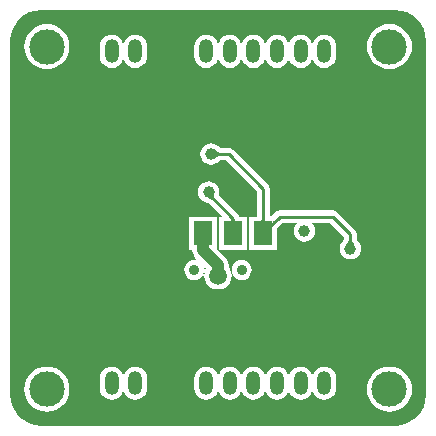
<source format=gtl>
G04 Layer_Physical_Order=1*
G04 Layer_Color=255*
%FSLAX44Y44*%
%MOMM*%
G71*
G01*
G75*
%ADD10R,1.6000X2.0000*%
%ADD11C,0.2540*%
%ADD12C,1.0000*%
%ADD13C,0.9000*%
%ADD14O,1.2000X2.0000*%
%ADD15C,3.0000*%
%ADD16C,1.0000*%
%ADD17C,1.5000*%
G36*
X-74830Y414469D02*
X-69964Y412993D01*
X-65481Y410597D01*
X-61551Y407371D01*
X-58326Y403441D01*
X-55929Y398957D01*
X-54453Y394092D01*
X-53980Y389293D01*
X-54032Y389033D01*
Y89033D01*
X-53980Y88772D01*
X-54453Y83973D01*
X-55929Y79108D01*
X-58326Y74624D01*
X-61551Y70694D01*
X-65481Y67469D01*
X-69964Y65072D01*
X-74830Y63597D01*
X-79629Y63124D01*
X-79889Y63176D01*
X-379889D01*
X-380150Y63124D01*
X-384949Y63597D01*
X-389814Y65072D01*
X-394298Y67469D01*
X-398228Y70694D01*
X-401453Y74624D01*
X-403850Y79108D01*
X-405326Y83973D01*
X-405798Y88772D01*
X-405746Y89033D01*
Y389033D01*
X-405798Y389293D01*
X-405326Y394092D01*
X-403850Y398957D01*
X-401453Y403441D01*
X-398228Y407371D01*
X-394298Y410597D01*
X-389814Y412993D01*
X-384949Y414469D01*
X-380150Y414941D01*
X-379889Y414890D01*
X-79889D01*
X-79889D01*
D01*
D01*
X-79629Y414941D01*
X-74830Y414469D01*
D02*
G37*
%LPC*%
G36*
X-210000Y203573D02*
X-212219Y203281D01*
X-214287Y202425D01*
X-216062Y201062D01*
X-217425Y199287D01*
X-218281Y197219D01*
X-218573Y195000D01*
X-218281Y192781D01*
X-217425Y190713D01*
X-216062Y188938D01*
X-214287Y187575D01*
X-212219Y186719D01*
X-210000Y186427D01*
X-207781Y186719D01*
X-205713Y187575D01*
X-203938Y188938D01*
X-202575Y190713D01*
X-201719Y192781D01*
X-201427Y195000D01*
X-201719Y197219D01*
X-202575Y199287D01*
X-203938Y201062D01*
X-205713Y202425D01*
X-207781Y203281D01*
X-210000Y203573D01*
D02*
G37*
G36*
X-140000Y113086D02*
X-142611Y112743D01*
X-145043Y111735D01*
X-147132Y110132D01*
X-148735Y108043D01*
X-149743Y105611D01*
X-150000Y103655D01*
X-150257Y105611D01*
X-151265Y108043D01*
X-152868Y110132D01*
X-154957Y111735D01*
X-157389Y112743D01*
X-160000Y113086D01*
X-162610Y112743D01*
X-165043Y111735D01*
X-167132Y110132D01*
X-168735Y108043D01*
X-169743Y105611D01*
X-170000Y103655D01*
X-170257Y105611D01*
X-171265Y108043D01*
X-172868Y110132D01*
X-174957Y111735D01*
X-177390Y112743D01*
X-180000Y113086D01*
X-182610Y112743D01*
X-185043Y111735D01*
X-187132Y110132D01*
X-188735Y108043D01*
X-189743Y105611D01*
X-190000Y103655D01*
X-190257Y105611D01*
X-191265Y108043D01*
X-192868Y110132D01*
X-194957Y111735D01*
X-197390Y112743D01*
X-200000Y113086D01*
X-202610Y112743D01*
X-205043Y111735D01*
X-207132Y110132D01*
X-208735Y108043D01*
X-209743Y105611D01*
X-210000Y103655D01*
X-210257Y105611D01*
X-211265Y108043D01*
X-212868Y110132D01*
X-214957Y111735D01*
X-217390Y112743D01*
X-220000Y113086D01*
X-222610Y112743D01*
X-225043Y111735D01*
X-227132Y110132D01*
X-228735Y108043D01*
X-229743Y105611D01*
X-230000Y103655D01*
X-230257Y105611D01*
X-231265Y108043D01*
X-232868Y110132D01*
X-234957Y111735D01*
X-237390Y112743D01*
X-240000Y113086D01*
X-242610Y112743D01*
X-245043Y111735D01*
X-247132Y110132D01*
X-248735Y108043D01*
X-249743Y105611D01*
X-250086Y103000D01*
Y95000D01*
X-249743Y92389D01*
X-248735Y89957D01*
X-247132Y87868D01*
X-245043Y86265D01*
X-242610Y85257D01*
X-240000Y84914D01*
X-237390Y85257D01*
X-234957Y86265D01*
X-232868Y87868D01*
X-231265Y89957D01*
X-230257Y92389D01*
X-230000Y94345D01*
X-229743Y92389D01*
X-228735Y89957D01*
X-227132Y87868D01*
X-225043Y86265D01*
X-222610Y85257D01*
X-220000Y84914D01*
X-217390Y85257D01*
X-214957Y86265D01*
X-212868Y87868D01*
X-211265Y89957D01*
X-210257Y92389D01*
X-210000Y94345D01*
X-209743Y92389D01*
X-208735Y89957D01*
X-207132Y87868D01*
X-205043Y86265D01*
X-202610Y85257D01*
X-200000Y84914D01*
X-197390Y85257D01*
X-194957Y86265D01*
X-192868Y87868D01*
X-191265Y89957D01*
X-190257Y92389D01*
X-190000Y94345D01*
X-189743Y92389D01*
X-188735Y89957D01*
X-187132Y87868D01*
X-185043Y86265D01*
X-182610Y85257D01*
X-180000Y84914D01*
X-177390Y85257D01*
X-174957Y86265D01*
X-172868Y87868D01*
X-171265Y89957D01*
X-170257Y92389D01*
X-170000Y94345D01*
X-169743Y92389D01*
X-168735Y89957D01*
X-167132Y87868D01*
X-165043Y86265D01*
X-162610Y85257D01*
X-160000Y84914D01*
X-157389Y85257D01*
X-154957Y86265D01*
X-152868Y87868D01*
X-151265Y89957D01*
X-150257Y92389D01*
X-150000Y94345D01*
X-149743Y92389D01*
X-148735Y89957D01*
X-147132Y87868D01*
X-145043Y86265D01*
X-142611Y85257D01*
X-140000Y84914D01*
X-137389Y85257D01*
X-134957Y86265D01*
X-132868Y87868D01*
X-131265Y89957D01*
X-130257Y92389D01*
X-129914Y95000D01*
Y103000D01*
X-130257Y105611D01*
X-131265Y108043D01*
X-132868Y110132D01*
X-134957Y111735D01*
X-137389Y112743D01*
X-140000Y113086D01*
D02*
G37*
G36*
X-300000D02*
X-302610Y112743D01*
X-305043Y111735D01*
X-307132Y110132D01*
X-308735Y108043D01*
X-309743Y105611D01*
X-310000Y103655D01*
X-310257Y105611D01*
X-311265Y108043D01*
X-312868Y110132D01*
X-314957Y111735D01*
X-317390Y112743D01*
X-320000Y113086D01*
X-322611Y112743D01*
X-325043Y111735D01*
X-327132Y110132D01*
X-328735Y108043D01*
X-329743Y105611D01*
X-330086Y103000D01*
Y95000D01*
X-329743Y92389D01*
X-328735Y89957D01*
X-327132Y87868D01*
X-325043Y86265D01*
X-322611Y85257D01*
X-320000Y84914D01*
X-317390Y85257D01*
X-314957Y86265D01*
X-312868Y87868D01*
X-311265Y89957D01*
X-310257Y92389D01*
X-310000Y94345D01*
X-309743Y92389D01*
X-308735Y89957D01*
X-307132Y87868D01*
X-305043Y86265D01*
X-302610Y85257D01*
X-300000Y84914D01*
X-297390Y85257D01*
X-294957Y86265D01*
X-292868Y87868D01*
X-291265Y89957D01*
X-290257Y92389D01*
X-289914Y95000D01*
Y103000D01*
X-290257Y105611D01*
X-291265Y108043D01*
X-292868Y110132D01*
X-294957Y111735D01*
X-297390Y112743D01*
X-300000Y113086D01*
D02*
G37*
G36*
X-236000Y302078D02*
X-238349Y301768D01*
X-240539Y300861D01*
X-242419Y299419D01*
X-243862Y297539D01*
X-244768Y295350D01*
X-245078Y293000D01*
X-244768Y290651D01*
X-243862Y288461D01*
X-242419Y286581D01*
X-240539Y285138D01*
X-238349Y284232D01*
X-236000Y283922D01*
X-233650Y284232D01*
X-231461Y285138D01*
X-229600Y286567D01*
X-229587Y286575D01*
X-229229Y286923D01*
X-228967Y287152D01*
X-228736Y287331D01*
X-228540Y287463D01*
X-228382Y287554D01*
X-228266Y287608D01*
X-228216Y287627D01*
X-223226D01*
X-197123Y261524D01*
Y240000D01*
X-203750D01*
Y212000D01*
X-179750D01*
Y230106D01*
X-179739Y230148D01*
X-179732Y230267D01*
X-179710Y230316D01*
X-179660Y230406D01*
X-179577Y230531D01*
X-179458Y230689D01*
X-179435Y230716D01*
X-175524Y234627D01*
X-163148D01*
X-163419Y234419D01*
X-164861Y232539D01*
X-165768Y230350D01*
X-166078Y228000D01*
X-165768Y225651D01*
X-164861Y223461D01*
X-163419Y221581D01*
X-161539Y220138D01*
X-159349Y219232D01*
X-157000Y218922D01*
X-154650Y219232D01*
X-152461Y220138D01*
X-150581Y221581D01*
X-149138Y223461D01*
X-148232Y225651D01*
X-147922Y228000D01*
X-148232Y230350D01*
X-149138Y232539D01*
X-150581Y234419D01*
X-150852Y234627D01*
X-135226D01*
X-123373Y222774D01*
Y220784D01*
X-123392Y220734D01*
X-123446Y220618D01*
X-123537Y220460D01*
X-123669Y220264D01*
X-123848Y220033D01*
X-124077Y219771D01*
X-124425Y219413D01*
X-124433Y219400D01*
X-125861Y217539D01*
X-126768Y215350D01*
X-127078Y213000D01*
X-126768Y210651D01*
X-125861Y208461D01*
X-124419Y206581D01*
X-122539Y205139D01*
X-120350Y204232D01*
X-118000Y203922D01*
X-115651Y204232D01*
X-113461Y205139D01*
X-111581Y206581D01*
X-110139Y208461D01*
X-109232Y210651D01*
X-108922Y213000D01*
X-109232Y215350D01*
X-110139Y217539D01*
X-111567Y219400D01*
X-111575Y219413D01*
X-111923Y219771D01*
X-112152Y220033D01*
X-112331Y220264D01*
X-112463Y220460D01*
X-112554Y220618D01*
X-112608Y220734D01*
X-112627Y220784D01*
Y225000D01*
X-113036Y227056D01*
X-114200Y228799D01*
X-129200Y243799D01*
X-130944Y244964D01*
X-133000Y245373D01*
X-177750D01*
X-179806Y244964D01*
X-181549Y243799D01*
X-185349Y240000D01*
X-186377D01*
Y263750D01*
X-186786Y265806D01*
X-187950Y267549D01*
X-217201Y296800D01*
X-218944Y297964D01*
X-221000Y298373D01*
X-228216D01*
X-228266Y298392D01*
X-228382Y298446D01*
X-228540Y298537D01*
X-228736Y298669D01*
X-228967Y298848D01*
X-229229Y299077D01*
X-229587Y299425D01*
X-229600Y299433D01*
X-231461Y300861D01*
X-233650Y301768D01*
X-236000Y302078D01*
D02*
G37*
G36*
X-238000Y270078D02*
X-240350Y269768D01*
X-242539Y268862D01*
X-244419Y267419D01*
X-245861Y265539D01*
X-246768Y263349D01*
X-247078Y261000D01*
X-246768Y258650D01*
X-245861Y256461D01*
X-244419Y254581D01*
X-242539Y253139D01*
X-240818Y252426D01*
X-240583Y252298D01*
X-239426Y251936D01*
X-239058Y251802D01*
X-238290Y251474D01*
X-238072Y251363D01*
X-237880Y251252D01*
X-237793Y251194D01*
X-226599Y240000D01*
X-229250D01*
Y212000D01*
X-205250D01*
Y240000D01*
X-212225D01*
X-212286Y240306D01*
X-213451Y242050D01*
X-229398Y257997D01*
X-229376Y258117D01*
X-229278Y258488D01*
X-229274Y258549D01*
X-229232Y258650D01*
X-228922Y261000D01*
X-229232Y263349D01*
X-230139Y265539D01*
X-231581Y267419D01*
X-233461Y268862D01*
X-235651Y269768D01*
X-238000Y270078D01*
D02*
G37*
G36*
X-230750Y240000D02*
X-254750D01*
Y212000D01*
X-251828D01*
Y211750D01*
X-251518Y209401D01*
X-250611Y207211D01*
X-249169Y205331D01*
X-246651Y202813D01*
X-247781Y203281D01*
X-250000Y203573D01*
X-252219Y203281D01*
X-254287Y202425D01*
X-256062Y201062D01*
X-257425Y199287D01*
X-258281Y197219D01*
X-258573Y195000D01*
X-258281Y192781D01*
X-257425Y190713D01*
X-256062Y188938D01*
X-254287Y187575D01*
X-252219Y186719D01*
X-250000Y186427D01*
X-247781Y186719D01*
X-245713Y187575D01*
X-243938Y188938D01*
X-242575Y190713D01*
X-241719Y192781D01*
X-241427Y195000D01*
X-241719Y197219D01*
X-242187Y198349D01*
X-239868Y196030D01*
X-240045Y195800D01*
X-241204Y193002D01*
X-241599Y190000D01*
X-241204Y186998D01*
X-240045Y184200D01*
X-238202Y181798D01*
X-235800Y179955D01*
X-233002Y178796D01*
X-230000Y178401D01*
X-226998Y178796D01*
X-224200Y179955D01*
X-221798Y181798D01*
X-219955Y184200D01*
X-218796Y186998D01*
X-218401Y190000D01*
X-218796Y193002D01*
X-219955Y195800D01*
X-220922Y197061D01*
Y199000D01*
X-221232Y201350D01*
X-222139Y203539D01*
X-223581Y205419D01*
X-230750Y212588D01*
Y240000D01*
D02*
G37*
G36*
X-84890Y403122D02*
X-88615Y402755D01*
X-92196Y401669D01*
X-95497Y399904D01*
X-98390Y397530D01*
X-100764Y394637D01*
X-102529Y391336D01*
X-103615Y387755D01*
X-103982Y384030D01*
X-103615Y380305D01*
X-102529Y376724D01*
X-100764Y373423D01*
X-98390Y370530D01*
X-95497Y368156D01*
X-92196Y366391D01*
X-88615Y365305D01*
X-84890Y364938D01*
X-81165Y365305D01*
X-77584Y366391D01*
X-74283Y368156D01*
X-71390Y370530D01*
X-69016Y373423D01*
X-67251Y376724D01*
X-66165Y380305D01*
X-65798Y384030D01*
X-66165Y387755D01*
X-67251Y391336D01*
X-69016Y394637D01*
X-71390Y397530D01*
X-74283Y399904D01*
X-77584Y401669D01*
X-81165Y402755D01*
X-84890Y403122D01*
D02*
G37*
G36*
X-140000Y394086D02*
X-142611Y393743D01*
X-145043Y392735D01*
X-147132Y391132D01*
X-148735Y389043D01*
X-149743Y386610D01*
X-150000Y384655D01*
X-150257Y386610D01*
X-151265Y389043D01*
X-152868Y391132D01*
X-154957Y392735D01*
X-157389Y393743D01*
X-160000Y394086D01*
X-162610Y393743D01*
X-165043Y392735D01*
X-167132Y391132D01*
X-168735Y389043D01*
X-169743Y386610D01*
X-170000Y384655D01*
X-170257Y386610D01*
X-171265Y389043D01*
X-172868Y391132D01*
X-174957Y392735D01*
X-177390Y393743D01*
X-180000Y394086D01*
X-182610Y393743D01*
X-185043Y392735D01*
X-187132Y391132D01*
X-188735Y389043D01*
X-189743Y386610D01*
X-190000Y384655D01*
X-190257Y386610D01*
X-191265Y389043D01*
X-192868Y391132D01*
X-194957Y392735D01*
X-197390Y393743D01*
X-200000Y394086D01*
X-202610Y393743D01*
X-205043Y392735D01*
X-207132Y391132D01*
X-208735Y389043D01*
X-209743Y386610D01*
X-210000Y384655D01*
X-210257Y386610D01*
X-211265Y389043D01*
X-212868Y391132D01*
X-214957Y392735D01*
X-217390Y393743D01*
X-220000Y394086D01*
X-222610Y393743D01*
X-225043Y392735D01*
X-227132Y391132D01*
X-228735Y389043D01*
X-229743Y386610D01*
X-230000Y384655D01*
X-230257Y386610D01*
X-231265Y389043D01*
X-232868Y391132D01*
X-234957Y392735D01*
X-237390Y393743D01*
X-240000Y394086D01*
X-242610Y393743D01*
X-245043Y392735D01*
X-247132Y391132D01*
X-248735Y389043D01*
X-249743Y386610D01*
X-250086Y384000D01*
Y376000D01*
X-249743Y373390D01*
X-248735Y370957D01*
X-247132Y368868D01*
X-245043Y367265D01*
X-242610Y366257D01*
X-240000Y365914D01*
X-237390Y366257D01*
X-234957Y367265D01*
X-232868Y368868D01*
X-231265Y370957D01*
X-230257Y373390D01*
X-230000Y375345D01*
X-229743Y373390D01*
X-228735Y370957D01*
X-227132Y368868D01*
X-225043Y367265D01*
X-222610Y366257D01*
X-220000Y365914D01*
X-217390Y366257D01*
X-214957Y367265D01*
X-212868Y368868D01*
X-211265Y370957D01*
X-210257Y373390D01*
X-210000Y375345D01*
X-209743Y373390D01*
X-208735Y370957D01*
X-207132Y368868D01*
X-205043Y367265D01*
X-202610Y366257D01*
X-200000Y365914D01*
X-197390Y366257D01*
X-194957Y367265D01*
X-192868Y368868D01*
X-191265Y370957D01*
X-190257Y373390D01*
X-190000Y375345D01*
X-189743Y373390D01*
X-188735Y370957D01*
X-187132Y368868D01*
X-185043Y367265D01*
X-182610Y366257D01*
X-180000Y365914D01*
X-177390Y366257D01*
X-174957Y367265D01*
X-172868Y368868D01*
X-171265Y370957D01*
X-170257Y373390D01*
X-170000Y375345D01*
X-169743Y373390D01*
X-168735Y370957D01*
X-167132Y368868D01*
X-165043Y367265D01*
X-162610Y366257D01*
X-160000Y365914D01*
X-157389Y366257D01*
X-154957Y367265D01*
X-152868Y368868D01*
X-151265Y370957D01*
X-150257Y373390D01*
X-150000Y375345D01*
X-149743Y373390D01*
X-148735Y370957D01*
X-147132Y368868D01*
X-145043Y367265D01*
X-142611Y366257D01*
X-140000Y365914D01*
X-137389Y366257D01*
X-134957Y367265D01*
X-132868Y368868D01*
X-131265Y370957D01*
X-130257Y373390D01*
X-129914Y376000D01*
Y384000D01*
X-130257Y386610D01*
X-131265Y389043D01*
X-132868Y391132D01*
X-134957Y392735D01*
X-137389Y393743D01*
X-140000Y394086D01*
D02*
G37*
G36*
X-300000D02*
X-302610Y393743D01*
X-305043Y392735D01*
X-307132Y391132D01*
X-308735Y389043D01*
X-309743Y386610D01*
X-310000Y384655D01*
X-310257Y386610D01*
X-311265Y389043D01*
X-312868Y391132D01*
X-314957Y392735D01*
X-317390Y393743D01*
X-320000Y394086D01*
X-322611Y393743D01*
X-325043Y392735D01*
X-327132Y391132D01*
X-328735Y389043D01*
X-329743Y386610D01*
X-330086Y384000D01*
Y376000D01*
X-329743Y373390D01*
X-328735Y370957D01*
X-327132Y368868D01*
X-325043Y367265D01*
X-322611Y366257D01*
X-320000Y365914D01*
X-317390Y366257D01*
X-314957Y367265D01*
X-312868Y368868D01*
X-311265Y370957D01*
X-310257Y373390D01*
X-310000Y375345D01*
X-309743Y373390D01*
X-308735Y370957D01*
X-307132Y368868D01*
X-305043Y367265D01*
X-302610Y366257D01*
X-300000Y365914D01*
X-297390Y366257D01*
X-294957Y367265D01*
X-292868Y368868D01*
X-291265Y370957D01*
X-290257Y373390D01*
X-289914Y376000D01*
Y384000D01*
X-290257Y386610D01*
X-291265Y389043D01*
X-292868Y391132D01*
X-294957Y392735D01*
X-297390Y393743D01*
X-300000Y394086D01*
D02*
G37*
G36*
X-84890Y113122D02*
X-88615Y112755D01*
X-92196Y111669D01*
X-95497Y109904D01*
X-98390Y107530D01*
X-100764Y104637D01*
X-102529Y101336D01*
X-103615Y97755D01*
X-103982Y94030D01*
X-103615Y90305D01*
X-102529Y86724D01*
X-100764Y83423D01*
X-98390Y80530D01*
X-95497Y78156D01*
X-92196Y76391D01*
X-88615Y75305D01*
X-84890Y74938D01*
X-81165Y75305D01*
X-77584Y76391D01*
X-74283Y78156D01*
X-71390Y80530D01*
X-69016Y83423D01*
X-67251Y86724D01*
X-66165Y90305D01*
X-65798Y94030D01*
X-66165Y97755D01*
X-67251Y101336D01*
X-69016Y104637D01*
X-71390Y107530D01*
X-74283Y109904D01*
X-77584Y111669D01*
X-81165Y112755D01*
X-84890Y113122D01*
D02*
G37*
G36*
X-374890D02*
X-378615Y112755D01*
X-382196Y111669D01*
X-385497Y109904D01*
X-388390Y107530D01*
X-390764Y104637D01*
X-392529Y101336D01*
X-393615Y97755D01*
X-393982Y94030D01*
X-393615Y90305D01*
X-392529Y86724D01*
X-390764Y83423D01*
X-388390Y80530D01*
X-385497Y78156D01*
X-382196Y76391D01*
X-378615Y75305D01*
X-374890Y74938D01*
X-371165Y75305D01*
X-367584Y76391D01*
X-364283Y78156D01*
X-361390Y80530D01*
X-359016Y83423D01*
X-357251Y86724D01*
X-356165Y90305D01*
X-355798Y94030D01*
X-356165Y97755D01*
X-357251Y101336D01*
X-359016Y104637D01*
X-361390Y107530D01*
X-364283Y109904D01*
X-367584Y111669D01*
X-371165Y112755D01*
X-374890Y113122D01*
D02*
G37*
G36*
Y403122D02*
X-378615Y402755D01*
X-382196Y401669D01*
X-385497Y399904D01*
X-388390Y397530D01*
X-390764Y394637D01*
X-392529Y391336D01*
X-393615Y387755D01*
X-393982Y384030D01*
X-393615Y380305D01*
X-392529Y376724D01*
X-390764Y373423D01*
X-388390Y370530D01*
X-385497Y368156D01*
X-382196Y366391D01*
X-378615Y365305D01*
X-374890Y364938D01*
X-371165Y365305D01*
X-367584Y366391D01*
X-364283Y368156D01*
X-361390Y370530D01*
X-359016Y373423D01*
X-357251Y376724D01*
X-356165Y380305D01*
X-355798Y384030D01*
X-356165Y387755D01*
X-357251Y391336D01*
X-359016Y394637D01*
X-361390Y397530D01*
X-364283Y399904D01*
X-367584Y401669D01*
X-371165Y402755D01*
X-374890Y403122D01*
D02*
G37*
%LPD*%
G36*
X-190467Y238027D02*
X-190429Y237595D01*
X-190366Y237214D01*
X-190277Y236884D01*
X-190163Y236604D01*
X-190023Y236376D01*
X-189858Y236198D01*
X-189667Y236071D01*
X-189451Y235995D01*
X-189210Y235970D01*
X-194290D01*
X-194049Y235995D01*
X-193833Y236071D01*
X-193642Y236198D01*
X-193477Y236376D01*
X-193337Y236604D01*
X-193223Y236884D01*
X-193134Y237214D01*
X-193071Y237595D01*
X-193033Y238027D01*
X-193020Y238510D01*
X-190480D01*
X-190467Y238027D01*
D02*
G37*
G36*
X-233359Y259009D02*
X-233452Y258503D01*
X-233496Y258018D01*
X-233491Y257556D01*
X-233438Y257115D01*
X-233337Y256696D01*
X-233187Y256300D01*
X-232988Y255926D01*
X-232742Y255573D01*
X-232447Y255243D01*
X-234794Y253998D01*
X-235064Y254244D01*
X-235376Y254485D01*
X-235730Y254719D01*
X-236125Y254948D01*
X-236561Y255170D01*
X-237559Y255596D01*
X-238120Y255800D01*
X-239366Y256190D01*
X-233219Y259538D01*
X-233359Y259009D01*
D02*
G37*
G36*
X-231993Y296076D02*
X-231559Y295697D01*
X-231127Y295363D01*
X-230698Y295073D01*
X-230270Y294827D01*
X-229845Y294627D01*
X-229421Y294471D01*
X-229000Y294359D01*
X-228581Y294292D01*
X-228164Y294270D01*
Y291730D01*
X-228581Y291708D01*
X-229000Y291641D01*
X-229421Y291529D01*
X-229845Y291373D01*
X-230270Y291173D01*
X-230698Y290927D01*
X-231127Y290637D01*
X-231559Y290303D01*
X-231993Y289924D01*
X-232429Y289500D01*
Y296500D01*
X-231993Y296076D01*
D02*
G37*
G36*
X-116708Y220419D02*
X-116641Y220000D01*
X-116529Y219579D01*
X-116373Y219155D01*
X-116173Y218730D01*
X-115927Y218302D01*
X-115637Y217873D01*
X-115303Y217441D01*
X-114924Y217007D01*
X-114500Y216571D01*
X-121500D01*
X-121076Y217007D01*
X-120697Y217441D01*
X-120363Y217873D01*
X-120073Y218302D01*
X-119827Y218730D01*
X-119627Y219155D01*
X-119471Y219579D01*
X-119359Y220000D01*
X-119292Y220419D01*
X-119270Y220836D01*
X-116730D01*
X-116708Y220419D01*
D02*
G37*
G36*
X-181984Y233969D02*
X-182330Y233606D01*
X-182639Y233244D01*
X-182912Y232883D01*
X-183149Y232523D01*
X-183349Y232163D01*
X-183514Y231804D01*
X-183643Y231446D01*
X-183735Y231089D01*
X-183791Y230733D01*
X-183811Y230377D01*
X-183780Y235970D01*
X-183726Y235985D01*
X-183643Y236033D01*
X-183533Y236113D01*
X-183395Y236224D01*
X-182815Y236750D01*
X-181984Y237562D01*
Y233969D01*
D02*
G37*
G36*
X-215970Y237817D02*
X-215940Y237429D01*
X-215889Y237087D01*
X-215818Y236791D01*
X-215727Y236540D01*
X-215616Y236334D01*
X-215485Y236175D01*
X-215333Y236061D01*
X-215161Y235992D01*
X-214970Y235970D01*
X-219531D01*
X-219338Y235992D01*
X-219167Y236061D01*
X-219015Y236175D01*
X-218884Y236334D01*
X-218773Y236540D01*
X-218682Y236791D01*
X-218611Y237087D01*
X-218560Y237429D01*
X-218530Y237817D01*
X-218520Y238250D01*
X-215980D01*
X-215970Y237817D01*
D02*
G37*
D10*
X-268000Y226000D02*
D03*
X-242750D02*
D03*
X-217250D02*
D03*
X-191750D02*
D03*
D11*
X-217250D02*
Y238250D01*
X-238000Y259000D02*
X-217250Y238250D01*
X-238000Y259000D02*
Y261000D01*
X-191750Y226000D02*
Y263750D01*
X-236000Y293000D02*
X-221000D01*
X-191750Y263750D01*
Y226000D02*
X-177750Y240000D01*
X-133000D01*
X-118000Y225000D01*
Y213000D02*
Y225000D01*
D12*
X-280000Y380000D02*
X-260000D01*
X-280000Y357000D02*
Y380000D01*
X-293000Y344000D02*
X-280000Y357000D01*
X-320000Y344000D02*
X-293000D01*
X-357000Y307000D02*
X-320000Y344000D01*
X-357000Y203000D02*
Y307000D01*
Y203000D02*
X-343000Y189000D01*
X-326000D01*
X-290000Y322000D02*
X-276000D01*
X-326000Y286000D02*
X-290000Y322000D01*
X-326000Y191000D02*
Y286000D01*
Y189000D02*
Y191000D01*
X-291000Y226000D02*
X-268000D01*
X-326000Y191000D02*
X-291000Y226000D01*
X-280000Y99000D02*
Y143000D01*
Y99000D02*
X-260000D01*
X-188000Y345000D02*
X-147000D01*
X-211000Y322000D02*
X-188000Y345000D01*
X-276000Y322000D02*
X-211000D01*
X-230000Y190000D02*
Y199000D01*
X-242750Y211750D02*
X-230000Y199000D01*
X-242750Y211750D02*
Y226000D01*
X-326000Y189000D02*
X-280000Y143000D01*
D13*
X-250000Y195000D02*
D03*
X-210000D02*
D03*
D14*
X-140000Y380000D02*
D03*
X-160000D02*
D03*
X-180000D02*
D03*
X-200000D02*
D03*
X-220000D02*
D03*
X-240000D02*
D03*
X-260000D02*
D03*
X-280000D02*
D03*
X-300000D02*
D03*
X-320000D02*
D03*
Y99000D02*
D03*
X-300000D02*
D03*
X-280000D02*
D03*
X-260000D02*
D03*
X-240000D02*
D03*
X-220000D02*
D03*
X-200000D02*
D03*
X-180000D02*
D03*
X-160000D02*
D03*
X-140000D02*
D03*
D15*
X-374890Y384030D02*
D03*
X-84890D02*
D03*
Y94030D02*
D03*
X-374890D02*
D03*
D16*
X-301000Y175000D02*
D03*
X-351000D02*
D03*
X-326000Y161000D02*
D03*
X-276000Y322000D02*
D03*
X-147000Y345000D02*
D03*
X-236000Y293000D02*
D03*
X-326000Y189000D02*
D03*
X-157000Y228000D02*
D03*
X-118000Y213000D02*
D03*
X-238000Y261000D02*
D03*
D17*
X-230000Y190000D02*
D03*
M02*

</source>
